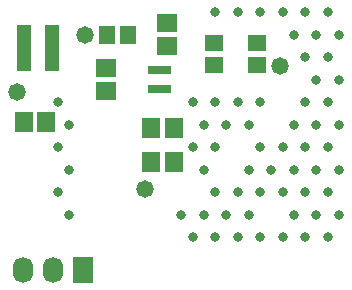
<source format=gts>
G04*
G04 #@! TF.GenerationSoftware,Altium Limited,Altium Designer,24.10.1 (45)*
G04*
G04 Layer_Color=8388736*
%FSLAX25Y25*%
%MOIN*%
G70*
G04*
G04 #@! TF.SameCoordinates,3451842A-4D4D-41BC-B275-7F58107C68D5*
G04*
G04*
G04 #@! TF.FilePolarity,Negative*
G04*
G01*
G75*
%ADD20R,0.01981X0.02670*%
%ADD21R,0.04737X0.15761*%
%ADD22R,0.06312X0.05524*%
%ADD23R,0.05524X0.06312*%
%ADD24R,0.06706X0.05918*%
%ADD25R,0.05918X0.06706*%
%ADD26O,0.06706X0.08674*%
%ADD27R,0.06706X0.08674*%
%ADD28C,0.03300*%
%ADD29C,0.05800*%
D20*
X166047Y461701D02*
D03*
X168016D02*
D03*
X169984D02*
D03*
X171953D02*
D03*
Y468299D02*
D03*
X169984D02*
D03*
X166047D02*
D03*
X168016D02*
D03*
D21*
X133224Y475500D02*
D03*
X123776D02*
D03*
D22*
X187000Y477043D02*
D03*
Y469957D02*
D03*
X201500D02*
D03*
Y477043D02*
D03*
D23*
X158543Y480000D02*
D03*
X151457D02*
D03*
D24*
X171500Y476260D02*
D03*
Y483740D02*
D03*
X151000Y461260D02*
D03*
Y468740D02*
D03*
D25*
X123760Y451000D02*
D03*
X173740Y449000D02*
D03*
X166260D02*
D03*
X173740Y437500D02*
D03*
X166260D02*
D03*
X131240Y451000D02*
D03*
D26*
X123500Y401500D02*
D03*
X133500D02*
D03*
D27*
X143500D02*
D03*
D28*
X225000Y487500D02*
D03*
X228750Y480000D02*
D03*
X225000Y472500D02*
D03*
X228750Y465000D02*
D03*
X225000Y457500D02*
D03*
X228750Y450000D02*
D03*
X225000Y442500D02*
D03*
X228750Y435000D02*
D03*
X225000Y427500D02*
D03*
X228750Y420000D02*
D03*
X225000Y412500D02*
D03*
X217500Y487500D02*
D03*
X221250Y480000D02*
D03*
X217500Y472500D02*
D03*
X221250Y465000D02*
D03*
X217500Y457500D02*
D03*
X221250Y450000D02*
D03*
X217500Y442500D02*
D03*
X221250Y435000D02*
D03*
X217500Y427500D02*
D03*
X221250Y420000D02*
D03*
X217500Y412500D02*
D03*
X210000Y487500D02*
D03*
X213750Y480000D02*
D03*
Y450000D02*
D03*
X210000Y442500D02*
D03*
X213750Y435000D02*
D03*
X210000Y427500D02*
D03*
X213750Y420000D02*
D03*
X210000Y412500D02*
D03*
X202500Y487500D02*
D03*
Y457500D02*
D03*
Y442500D02*
D03*
X206250Y435000D02*
D03*
X202500Y427500D02*
D03*
Y412500D02*
D03*
X195000Y487500D02*
D03*
Y457500D02*
D03*
X198750Y450000D02*
D03*
Y435000D02*
D03*
X195000Y427500D02*
D03*
X198750Y420000D02*
D03*
X195000Y412500D02*
D03*
X187500Y487500D02*
D03*
Y457500D02*
D03*
X191250Y450000D02*
D03*
X187500Y442500D02*
D03*
Y427500D02*
D03*
X191250Y420000D02*
D03*
X187500Y412500D02*
D03*
X180000Y457500D02*
D03*
X183750Y450000D02*
D03*
X180000Y442500D02*
D03*
X183750Y435000D02*
D03*
Y420000D02*
D03*
X180000Y412500D02*
D03*
X176250Y420000D02*
D03*
X135000Y457500D02*
D03*
X138750Y450000D02*
D03*
X135000Y442500D02*
D03*
X138750Y435000D02*
D03*
X135000Y427500D02*
D03*
X138750Y420000D02*
D03*
D29*
X144000Y480000D02*
D03*
X121500Y461000D02*
D03*
X164000Y428500D02*
D03*
X209000Y469500D02*
D03*
M02*

</source>
